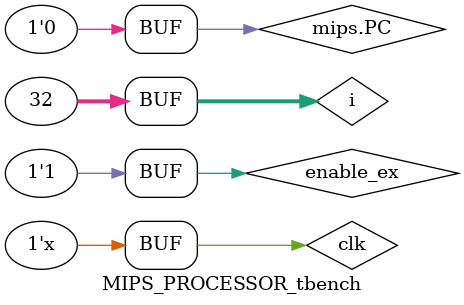
<source format=v>
`timescale 1ns / 1ps


module MIPS_PROCESSOR_tbench();
reg clk, enable_ex;
wire [31:0] PC, NPC, IR1;

wire [31:0]  IR2,Ex_NPC,aluin1, aluin2,imm;
wire [2:0]   ALUop,MEMop, WBop;
wire [2:0]   operation_out;
wire [31:0]   IR3,aluout,memin;


wire [31:0]  IR4,WB_aluout,MEM_WB_LMD;
wire         EX_MEM_COND;


integer i;

pipeline_mips32 mips(.clk(clk),.enable_ex(enable_ex),.PC(PC), .NPC(NPC),
.IR1(IR1), .IR2(IR2), .IR3(IR3), .IR4(IR4),
 .Ex_NPC(Ex_NPC), .imm(imm), .aluin1(aluin1), .aluin2(aluin2), .operation_out(operation_out),
.ALUop(ALUop), .MEMop(MEMop), .WBop(WBop), .aluout(aluout), .memin(memin), .EX_MEM_COND(EX_MEM_COND),
.MEM_WB_LMD(MEM_WB_LMD),.WB_aluout(WB_aluout));

initial begin
clk =0;

#10;
enable_ex =1;

for(i=0; i<32; i = i+1)
    mips.REG[i]=i;
    
//-------------LOAD|STORE INSATRUCTIONS-------------    
mips.MEM[0] = 32'h20010078;   //ADDI R1, R0, 120
mips.MEM[1] = 32'h00631800;   //OR R3, R3, R3 ------dummy instr
mips.MEM[2] = 32'h00631800;   //OR R3, R3, R3 ------dummy instr
mips.MEM[3] = 32'h00631800;   //OR R3, R3, R3 ------dummy instr
mips.MEM[4] = 32'h8c220000;   //LW R2,0(R1)
mips.MEM[5] = 32'h00631800;   //OR R3, R3, R3 ------dummy instr
mips.MEM[6] = 32'h00631800;   //OR R3, R3, R3 ------dummy instr
mips.MEM[7] = 32'h00631800;   //OR R3, R3, R3 ------dummy instr
mips.MEM[8] = 32'h2042002d;   //ADDI R2, R2, 45
mips.MEM[9] = 32'h00631800;   //OR R3, R3, R3 ------dummy instr
mips.MEM[10] = 32'h00631800;   //OR R3, R3, R3 ------dummy instr
mips.MEM[11] = 32'h00631800;   //OR R3, R3, R3 ------dummy instr
mips.MEM[12] = 32'hac220001;   //SW R2,1(R1)


mips.MEM[120] =85;

//-------------R-TYPE INSATRUCTIONS-------------   

//mips.MEM[0] = 32'h2001000a;  //ADDI R1,R0,10
//mips.MEM[1] = 32'h20020014;  //ADDI R2, R0, 20
//mips.MEM[2] = 32'h20030019;  //ADDI R3, R0, 25
//mips.MEM[3] = 32'h00e73800;  //OR R7, R7, R7
//mips.MEM[4] = 32'h00e73800;  //OR R7, R7, R7
//mips.MEM[5] = 32'h00222000;  //ADD R4, R1, R2
//mips.MEM[6] = 32'h00e73800;  //OR R7, R7, R7
//mips.MEM[7] = 32'h00e73800;  //OR R7, R7, R7
//mips.MEM[8] = 32'h00e73800;  //OR R7, R7, R7
//mips.MEM[9] = 32'h00832800;  //ADD R5, R4, R3

mips.PC =0;

end
always #5 clk =~clk;
endmodule

</source>
